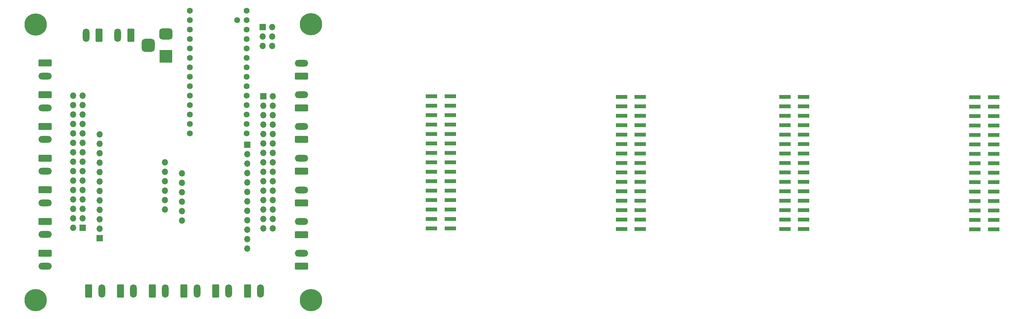
<source format=gbr>
%TF.GenerationSoftware,KiCad,Pcbnew,8.0.4*%
%TF.CreationDate,2025-01-14T19:01:53-06:00*%
%TF.ProjectId,DynaControllersquare,44796e61-436f-46e7-9472-6f6c6c657273,rev?*%
%TF.SameCoordinates,Original*%
%TF.FileFunction,Soldermask,Bot*%
%TF.FilePolarity,Negative*%
%FSLAX46Y46*%
G04 Gerber Fmt 4.6, Leading zero omitted, Abs format (unit mm)*
G04 Created by KiCad (PCBNEW 8.0.4) date 2025-01-14 19:01:53*
%MOMM*%
%LPD*%
G01*
G04 APERTURE LIST*
G04 Aperture macros list*
%AMRoundRect*
0 Rectangle with rounded corners*
0 $1 Rounding radius*
0 $2 $3 $4 $5 $6 $7 $8 $9 X,Y pos of 4 corners*
0 Add a 4 corners polygon primitive as box body*
4,1,4,$2,$3,$4,$5,$6,$7,$8,$9,$2,$3,0*
0 Add four circle primitives for the rounded corners*
1,1,$1+$1,$2,$3*
1,1,$1+$1,$4,$5*
1,1,$1+$1,$6,$7*
1,1,$1+$1,$8,$9*
0 Add four rect primitives between the rounded corners*
20,1,$1+$1,$2,$3,$4,$5,0*
20,1,$1+$1,$4,$5,$6,$7,0*
20,1,$1+$1,$6,$7,$8,$9,0*
20,1,$1+$1,$8,$9,$2,$3,0*%
G04 Aperture macros list end*
%ADD10R,3.150000X1.000000*%
%ADD11O,1.700000X1.700000*%
%ADD12R,1.700000X1.700000*%
%ADD13O,3.600000X1.800000*%
%ADD14RoundRect,0.250000X-1.550000X0.650000X-1.550000X-0.650000X1.550000X-0.650000X1.550000X0.650000X0*%
%ADD15O,1.800000X3.600000*%
%ADD16RoundRect,0.250000X-0.650000X-1.550000X0.650000X-1.550000X0.650000X1.550000X-0.650000X1.550000X0*%
%ADD17RoundRect,0.250000X1.550000X-0.650000X1.550000X0.650000X-1.550000X0.650000X-1.550000X-0.650000X0*%
%ADD18C,1.600000*%
%ADD19C,6.000000*%
%ADD20RoundRect,0.250000X0.650000X1.550000X-0.650000X1.550000X-0.650000X-1.550000X0.650000X-1.550000X0*%
%ADD21RoundRect,0.875000X-0.875000X0.875000X-0.875000X-0.875000X0.875000X-0.875000X0.875000X0.875000X0*%
%ADD22RoundRect,0.750000X-1.000000X0.750000X-1.000000X-0.750000X1.000000X-0.750000X1.000000X0.750000X0*%
%ADD23R,3.500000X3.500000*%
G04 APERTURE END LIST*
D10*
%TO.C,J19*%
X317734412Y-78865780D03*
X312684412Y-78865780D03*
X317734412Y-81405780D03*
X312684412Y-81405780D03*
X317734412Y-83945780D03*
X312684412Y-83945780D03*
X317734412Y-86485780D03*
X312684412Y-86485780D03*
X317734412Y-89025780D03*
X312684412Y-89025780D03*
X317734412Y-91565780D03*
X312684412Y-91565780D03*
X317734412Y-94105780D03*
X312684412Y-94105780D03*
X317734412Y-96645780D03*
X312684412Y-96645780D03*
X317734412Y-99185780D03*
X312684412Y-99185780D03*
X317734412Y-101725780D03*
X312684412Y-101725780D03*
X317734412Y-104265780D03*
X312684412Y-104265780D03*
X317734412Y-106805780D03*
X312684412Y-106805780D03*
X317734412Y-109345780D03*
X312684412Y-109345780D03*
X317734412Y-111885780D03*
X312684412Y-111885780D03*
X317734412Y-114425780D03*
X312684412Y-114425780D03*
%TD*%
%TO.C,J18*%
X266709414Y-78705776D03*
X261659410Y-78705779D03*
X266709415Y-81245772D03*
X261659424Y-81245780D03*
X266709419Y-83785777D03*
X261659412Y-83785778D03*
X266709416Y-86325778D03*
X261659417Y-86325778D03*
X266709418Y-88865784D03*
X261659416Y-88865771D03*
X266709417Y-91405774D03*
X261659410Y-91405782D03*
X266709421Y-93945777D03*
X261659420Y-93945780D03*
X266709414Y-96485771D03*
X261659418Y-96485785D03*
X266709412Y-99025776D03*
X261659411Y-99025779D03*
X266709422Y-101565774D03*
X261659415Y-101565782D03*
X266709416Y-104105785D03*
X261659414Y-104105772D03*
X266709415Y-106645778D03*
X261659416Y-106645778D03*
X266709420Y-109185778D03*
X261659413Y-109185779D03*
X266709408Y-111725776D03*
X261659417Y-111725784D03*
X266709422Y-114265777D03*
X261659418Y-114265780D03*
%TD*%
D11*
%TO.C,J20*%
X124025000Y-65055000D03*
X121485000Y-65055000D03*
X124025000Y-62515000D03*
X121485000Y-62515000D03*
X124025000Y-59975000D03*
D12*
X121485000Y-59975000D03*
%TD*%
D13*
%TO.C,J14*%
X63075003Y-81685000D03*
D14*
X63075002Y-78185001D03*
%TD*%
D15*
%TO.C,GND_plane5*%
X95334999Y-131024999D03*
D16*
X91835000Y-131025000D03*
%TD*%
D13*
%TO.C,J5*%
X131874999Y-95240002D03*
D17*
X131875000Y-98740001D03*
%TD*%
D18*
%TO.C,U4*%
X114650001Y-58070001D03*
X117190000Y-55530000D03*
X117190000Y-58070003D03*
X117190001Y-60609999D03*
X117190000Y-63149999D03*
X117189999Y-65689999D03*
X117190000Y-68230000D03*
X117189999Y-70770000D03*
X117190001Y-73310001D03*
X117190000Y-75850001D03*
X117190001Y-78390000D03*
X117190000Y-80930000D03*
X117189998Y-83470000D03*
X117190002Y-86010000D03*
X117190000Y-88550000D03*
X101950000Y-88550000D03*
X101950000Y-86009997D03*
X101949999Y-83470001D03*
X101950000Y-80930001D03*
X101950001Y-78390001D03*
X101950000Y-75850000D03*
X101950001Y-73310000D03*
X101949999Y-70769999D03*
X101950000Y-68229999D03*
X101949999Y-65690000D03*
X101950000Y-63150000D03*
X101950002Y-60610000D03*
X101949998Y-58070000D03*
X101950000Y-55530000D03*
%TD*%
D13*
%TO.C,J6*%
X131874999Y-103765002D03*
D17*
X131875000Y-107265001D03*
%TD*%
D13*
%TO.C,J12*%
X63075001Y-98734999D03*
D14*
X63075000Y-95235000D03*
%TD*%
D13*
%TO.C,J13*%
X63075001Y-90209999D03*
D14*
X63075000Y-86710000D03*
%TD*%
D15*
%TO.C,GND_plane6*%
X103849999Y-131024999D03*
D16*
X100350000Y-131025000D03*
%TD*%
D13*
%TO.C,GND_plane2*%
X63074998Y-73135002D03*
D14*
X63075000Y-69635003D03*
%TD*%
D13*
%TO.C,J11*%
X63075001Y-107259999D03*
D14*
X63075000Y-103760000D03*
%TD*%
D19*
%TO.C,H2*%
X134400000Y-59225000D03*
%TD*%
D15*
%TO.C,GND_plane3*%
X78284999Y-131024999D03*
D16*
X74785000Y-131025000D03*
%TD*%
D19*
%TO.C,H1*%
X60500000Y-59250000D03*
%TD*%
D15*
%TO.C,J2*%
X74040001Y-62150000D03*
D20*
X77540000Y-62150000D03*
%TD*%
D15*
%TO.C,J1*%
X82565001Y-62150000D03*
D20*
X86065000Y-62150000D03*
%TD*%
D15*
%TO.C,GND_plane8*%
X120899999Y-131024999D03*
D16*
X117400000Y-131025000D03*
%TD*%
D13*
%TO.C,J8*%
X131874999Y-120815002D03*
D17*
X131875000Y-124315001D03*
%TD*%
D13*
%TO.C,J4*%
X131874999Y-86715002D03*
D17*
X131875000Y-90215001D03*
%TD*%
D13*
%TO.C,J7*%
X131874999Y-112290002D03*
D17*
X131875000Y-115790001D03*
%TD*%
D13*
%TO.C,J3*%
X131874999Y-78190003D03*
D17*
X131875000Y-81690002D03*
%TD*%
D19*
%TO.C,H4*%
X60500000Y-133475000D03*
%TD*%
%TO.C,H3*%
X134450000Y-133475000D03*
%TD*%
D13*
%TO.C,J10*%
X63075001Y-115784999D03*
D14*
X63075000Y-112285000D03*
%TD*%
D11*
%TO.C,U3*%
X95224993Y-109050009D03*
D12*
X77675003Y-116769998D03*
D11*
X77674996Y-114230006D03*
X77675000Y-111690005D03*
X77674994Y-109149993D03*
X77675006Y-106610003D03*
X77675000Y-104070004D03*
X77674990Y-101530007D03*
X77674996Y-98989992D03*
X77674999Y-96450008D03*
X77675007Y-93910002D03*
X77674998Y-91370007D03*
X77674999Y-88830001D03*
X95225000Y-96350000D03*
X95224994Y-98889998D03*
X95225001Y-101430008D03*
X95224998Y-103970001D03*
X95225007Y-106510003D03*
%TD*%
D15*
%TO.C,GND_plane4*%
X86809999Y-131024999D03*
D16*
X83310000Y-131025000D03*
%TD*%
D13*
%TO.C,J9*%
X63075001Y-124309999D03*
D14*
X63075000Y-120810000D03*
%TD*%
D11*
%TO.C,J17*%
X124190000Y-114110000D03*
X121650000Y-114110000D03*
X124190000Y-111570000D03*
X121650000Y-111570000D03*
X124190000Y-109030000D03*
X121650000Y-109030000D03*
X124190000Y-106490000D03*
X121650000Y-106490000D03*
X124190000Y-103950000D03*
X121650000Y-103950000D03*
X124190000Y-101410000D03*
X121650000Y-101410000D03*
X124190000Y-98870000D03*
X121650000Y-98870000D03*
X124190000Y-96330000D03*
X121650000Y-96330000D03*
X124190000Y-93790000D03*
X121650000Y-93790000D03*
X124190000Y-91250000D03*
X121650000Y-91250000D03*
X124190000Y-88710000D03*
X121650000Y-88710000D03*
X124190000Y-86170000D03*
X121650000Y-86170000D03*
X124190000Y-83630000D03*
X121650000Y-83630000D03*
X124190000Y-81090000D03*
X121650000Y-81090000D03*
X124190000Y-78550000D03*
D12*
X121650000Y-78550000D03*
%TD*%
D11*
%TO.C,J16*%
X70609998Y-78414999D03*
X73149999Y-78415000D03*
X70610004Y-80954995D03*
X73150001Y-80954999D03*
X70610000Y-83495002D03*
X73150000Y-83494998D03*
X70610003Y-86034997D03*
X73150000Y-86034998D03*
X70610000Y-88574995D03*
X73150000Y-88574998D03*
X70609998Y-91114998D03*
X73150002Y-91115001D03*
X70610002Y-93654996D03*
X73150000Y-93654998D03*
X70609998Y-96195001D03*
X73149998Y-96194998D03*
X70609999Y-98734998D03*
X73149998Y-98734997D03*
X70609998Y-101274996D03*
X73150000Y-101274998D03*
X70610002Y-103814997D03*
X73150000Y-103814998D03*
X70610001Y-106354998D03*
X73150002Y-106354995D03*
X70609998Y-108894996D03*
X73149999Y-108894997D03*
X70610000Y-111434998D03*
X73150000Y-111434997D03*
X70609999Y-113974998D03*
D12*
X73150000Y-113974998D03*
%TD*%
D11*
%TO.C,U1*%
X99805000Y-99305000D03*
D12*
X117355000Y-91585000D03*
D11*
X117355000Y-94125000D03*
X117355000Y-96665000D03*
X117355000Y-99205000D03*
X117355000Y-101745000D03*
X117355000Y-104285000D03*
X117355000Y-106825000D03*
X117355000Y-109365000D03*
X117355000Y-111905000D03*
X117355000Y-114445000D03*
X117355000Y-116985000D03*
X117355000Y-119525000D03*
X99805000Y-112005000D03*
X99805000Y-109465000D03*
X99805000Y-106925000D03*
X99805000Y-104385000D03*
X99805000Y-101845000D03*
%TD*%
D21*
%TO.C,J15*%
X90757500Y-64850000D03*
D22*
X95457500Y-61850000D03*
D23*
X95457500Y-67850000D03*
%TD*%
D13*
%TO.C,GND_plane1*%
X131875001Y-69665002D03*
D17*
X131875001Y-73165001D03*
%TD*%
D15*
%TO.C,GND_plane7*%
X112374999Y-131024999D03*
D16*
X108875000Y-131025000D03*
%TD*%
D10*
%TO.C,J18*%
X166792582Y-114134588D03*
X171842586Y-114134585D03*
X166792581Y-111594592D03*
X171842572Y-111594584D03*
X166792577Y-109054587D03*
X171842584Y-109054586D03*
X166792580Y-106514586D03*
X171842579Y-106514586D03*
X166792578Y-103974580D03*
X171842580Y-103974593D03*
X166792579Y-101434590D03*
X171842586Y-101434582D03*
X166792575Y-98894587D03*
X171842576Y-98894584D03*
X166792582Y-96354593D03*
X171842578Y-96354579D03*
X166792584Y-93814588D03*
X171842585Y-93814585D03*
X166792574Y-91274590D03*
X171842581Y-91274582D03*
X166792580Y-88734579D03*
X171842582Y-88734592D03*
X166792581Y-86194586D03*
X171842580Y-86194586D03*
X166792576Y-83654586D03*
X171842583Y-83654585D03*
X166792588Y-81114588D03*
X171842579Y-81114580D03*
X166792574Y-78574587D03*
X171842578Y-78574584D03*
%TD*%
%TO.C,J19*%
X217817576Y-114294588D03*
X222867576Y-114294588D03*
X217817576Y-111754588D03*
X222867576Y-111754588D03*
X217817576Y-109214588D03*
X222867576Y-109214588D03*
X217817576Y-106674588D03*
X222867576Y-106674588D03*
X217817576Y-104134588D03*
X222867576Y-104134588D03*
X217817576Y-101594588D03*
X222867576Y-101594588D03*
X217817576Y-99054588D03*
X222867576Y-99054588D03*
X217817576Y-96514588D03*
X222867576Y-96514588D03*
X217817576Y-93974588D03*
X222867576Y-93974588D03*
X217817576Y-91434588D03*
X222867576Y-91434588D03*
X217817576Y-88894588D03*
X222867576Y-88894588D03*
X217817576Y-86354588D03*
X222867576Y-86354588D03*
X217817576Y-83814588D03*
X222867576Y-83814588D03*
X217817576Y-81274588D03*
X222867576Y-81274588D03*
X217817576Y-78734588D03*
X222867576Y-78734588D03*
%TD*%
M02*

</source>
